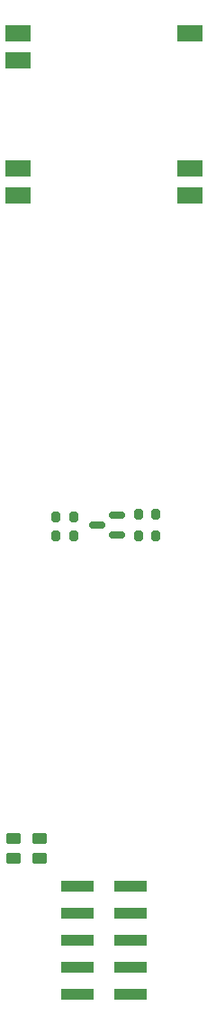
<source format=gbr>
%TF.GenerationSoftware,KiCad,Pcbnew,(7.0.0)*%
%TF.CreationDate,2023-04-30T16:43:56+02:00*%
%TF.ProjectId,midi-sync-module,6d696469-2d73-4796-9e63-2d6d6f64756c,rev?*%
%TF.SameCoordinates,Original*%
%TF.FileFunction,Paste,Top*%
%TF.FilePolarity,Positive*%
%FSLAX46Y46*%
G04 Gerber Fmt 4.6, Leading zero omitted, Abs format (unit mm)*
G04 Created by KiCad (PCBNEW (7.0.0)) date 2023-04-30 16:43:56*
%MOMM*%
%LPD*%
G01*
G04 APERTURE LIST*
G04 Aperture macros list*
%AMRoundRect*
0 Rectangle with rounded corners*
0 $1 Rounding radius*
0 $2 $3 $4 $5 $6 $7 $8 $9 X,Y pos of 4 corners*
0 Add a 4 corners polygon primitive as box body*
4,1,4,$2,$3,$4,$5,$6,$7,$8,$9,$2,$3,0*
0 Add four circle primitives for the rounded corners*
1,1,$1+$1,$2,$3*
1,1,$1+$1,$4,$5*
1,1,$1+$1,$6,$7*
1,1,$1+$1,$8,$9*
0 Add four rect primitives between the rounded corners*
20,1,$1+$1,$2,$3,$4,$5,0*
20,1,$1+$1,$4,$5,$6,$7,0*
20,1,$1+$1,$6,$7,$8,$9,0*
20,1,$1+$1,$8,$9,$2,$3,0*%
G04 Aperture macros list end*
%ADD10RoundRect,0.200000X-0.200000X-0.275000X0.200000X-0.275000X0.200000X0.275000X-0.200000X0.275000X0*%
%ADD11RoundRect,0.250000X-0.450000X0.262500X-0.450000X-0.262500X0.450000X-0.262500X0.450000X0.262500X0*%
%ADD12R,3.150000X1.000000*%
%ADD13RoundRect,0.150000X0.587500X0.150000X-0.587500X0.150000X-0.587500X-0.150000X0.587500X-0.150000X0*%
%ADD14R,2.450000X1.600000*%
%ADD15RoundRect,0.200000X0.200000X0.275000X-0.200000X0.275000X-0.200000X-0.275000X0.200000X-0.275000X0*%
%ADD16RoundRect,0.250000X0.450000X-0.262500X0.450000X0.262500X-0.450000X0.262500X-0.450000X-0.262500X0*%
G04 APERTURE END LIST*
D10*
%TO.C,R2*%
X188250000Y-85500000D03*
X189900000Y-85500000D03*
%TD*%
%TO.C,R1*%
X188250000Y-83500000D03*
X189900000Y-83500000D03*
%TD*%
D11*
%TO.C,R7*%
X176500000Y-114000000D03*
X176500000Y-115825000D03*
%TD*%
D10*
%TO.C,R4*%
X180500000Y-83750000D03*
X182150000Y-83750000D03*
%TD*%
D12*
%TO.C,J4*%
X182474999Y-118459999D03*
X187524999Y-118459999D03*
X182474999Y-120999999D03*
X187524999Y-120999999D03*
X182474999Y-123539999D03*
X187524999Y-123539999D03*
X182474999Y-126079999D03*
X187524999Y-126079999D03*
X182474999Y-128619999D03*
X187524999Y-128619999D03*
%TD*%
D13*
%TO.C,Q1*%
X186262500Y-85450000D03*
X186262500Y-83550000D03*
X184387500Y-84500000D03*
%TD*%
D14*
%TO.C,U1*%
X176924999Y-38249999D03*
X176924999Y-40789999D03*
X176924999Y-50949999D03*
X176924999Y-53489999D03*
X193074999Y-53489999D03*
X193074999Y-50949999D03*
X193074999Y-38249999D03*
%TD*%
D15*
%TO.C,R3*%
X182150000Y-85500000D03*
X180500000Y-85500000D03*
%TD*%
D16*
%TO.C,R6*%
X179000000Y-115825000D03*
X179000000Y-114000000D03*
%TD*%
M02*

</source>
